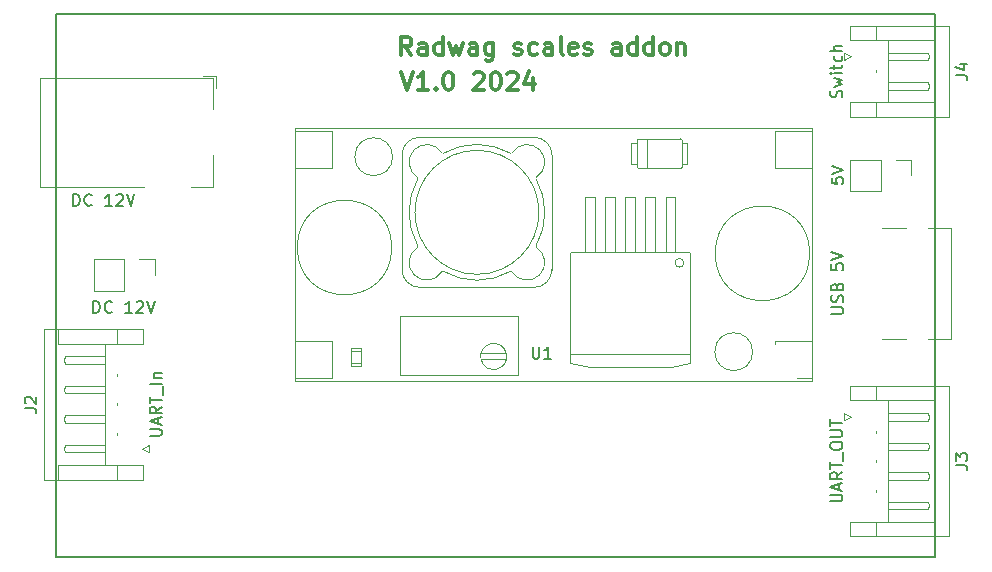
<source format=gbr>
G04 #@! TF.GenerationSoftware,KiCad,Pcbnew,7.0.11+1*
G04 #@! TF.ProjectId,radwag_scale,72616477-6167-45f7-9363-616c652e6b69,rev?*
G04 #@! TF.SameCoordinates,Original*
G04 #@! TF.FileFunction,Legend,Top*
G04 #@! TF.FilePolarity,Positive*
%FSLAX46Y46*%
G04 Gerber Fmt 4.6, Leading zero omitted, Abs format (unit mm)*
%MOMM*%
%LPD*%
G01*
G04 APERTURE LIST*
G04 #@! TA.AperFunction,Profile*
%ADD10C,0.200000*%
G04 #@! TD*
%ADD11C,0.300000*%
%ADD12C,0.150000*%
%ADD13C,0.120000*%
%ADD14C,0.650000*%
%ADD15R,1.450000X0.600000*%
%ADD16R,1.450000X0.300000*%
%ADD17O,2.100000X1.000000*%
%ADD18O,1.600000X1.000000*%
%ADD19R,3.500000X3.500000*%
%ADD20C,3.200000*%
%ADD21O,1.950000X1.700000*%
%ADD22R,1.700000X1.700000*%
%ADD23O,1.700000X1.700000*%
%ADD24R,2.540000X2.540000*%
%ADD25C,2.540000*%
%ADD26O,2.000000X1.700000*%
G04 APERTURE END LIST*
D10*
X66330000Y-35560000D02*
X140716000Y-35560000D01*
X140716000Y-81534000D01*
X66330000Y-81534000D01*
X66330000Y-35560000D01*
D11*
X95540225Y-40450828D02*
X96040225Y-41950828D01*
X96040225Y-41950828D02*
X96540225Y-40450828D01*
X97825939Y-41950828D02*
X96968796Y-41950828D01*
X97397367Y-41950828D02*
X97397367Y-40450828D01*
X97397367Y-40450828D02*
X97254510Y-40665114D01*
X97254510Y-40665114D02*
X97111653Y-40807971D01*
X97111653Y-40807971D02*
X96968796Y-40879400D01*
X98468795Y-41807971D02*
X98540224Y-41879400D01*
X98540224Y-41879400D02*
X98468795Y-41950828D01*
X98468795Y-41950828D02*
X98397367Y-41879400D01*
X98397367Y-41879400D02*
X98468795Y-41807971D01*
X98468795Y-41807971D02*
X98468795Y-41950828D01*
X99468796Y-40450828D02*
X99611653Y-40450828D01*
X99611653Y-40450828D02*
X99754510Y-40522257D01*
X99754510Y-40522257D02*
X99825939Y-40593685D01*
X99825939Y-40593685D02*
X99897367Y-40736542D01*
X99897367Y-40736542D02*
X99968796Y-41022257D01*
X99968796Y-41022257D02*
X99968796Y-41379400D01*
X99968796Y-41379400D02*
X99897367Y-41665114D01*
X99897367Y-41665114D02*
X99825939Y-41807971D01*
X99825939Y-41807971D02*
X99754510Y-41879400D01*
X99754510Y-41879400D02*
X99611653Y-41950828D01*
X99611653Y-41950828D02*
X99468796Y-41950828D01*
X99468796Y-41950828D02*
X99325939Y-41879400D01*
X99325939Y-41879400D02*
X99254510Y-41807971D01*
X99254510Y-41807971D02*
X99183081Y-41665114D01*
X99183081Y-41665114D02*
X99111653Y-41379400D01*
X99111653Y-41379400D02*
X99111653Y-41022257D01*
X99111653Y-41022257D02*
X99183081Y-40736542D01*
X99183081Y-40736542D02*
X99254510Y-40593685D01*
X99254510Y-40593685D02*
X99325939Y-40522257D01*
X99325939Y-40522257D02*
X99468796Y-40450828D01*
X101683081Y-40593685D02*
X101754509Y-40522257D01*
X101754509Y-40522257D02*
X101897367Y-40450828D01*
X101897367Y-40450828D02*
X102254509Y-40450828D01*
X102254509Y-40450828D02*
X102397367Y-40522257D01*
X102397367Y-40522257D02*
X102468795Y-40593685D01*
X102468795Y-40593685D02*
X102540224Y-40736542D01*
X102540224Y-40736542D02*
X102540224Y-40879400D01*
X102540224Y-40879400D02*
X102468795Y-41093685D01*
X102468795Y-41093685D02*
X101611652Y-41950828D01*
X101611652Y-41950828D02*
X102540224Y-41950828D01*
X103468795Y-40450828D02*
X103611652Y-40450828D01*
X103611652Y-40450828D02*
X103754509Y-40522257D01*
X103754509Y-40522257D02*
X103825938Y-40593685D01*
X103825938Y-40593685D02*
X103897366Y-40736542D01*
X103897366Y-40736542D02*
X103968795Y-41022257D01*
X103968795Y-41022257D02*
X103968795Y-41379400D01*
X103968795Y-41379400D02*
X103897366Y-41665114D01*
X103897366Y-41665114D02*
X103825938Y-41807971D01*
X103825938Y-41807971D02*
X103754509Y-41879400D01*
X103754509Y-41879400D02*
X103611652Y-41950828D01*
X103611652Y-41950828D02*
X103468795Y-41950828D01*
X103468795Y-41950828D02*
X103325938Y-41879400D01*
X103325938Y-41879400D02*
X103254509Y-41807971D01*
X103254509Y-41807971D02*
X103183080Y-41665114D01*
X103183080Y-41665114D02*
X103111652Y-41379400D01*
X103111652Y-41379400D02*
X103111652Y-41022257D01*
X103111652Y-41022257D02*
X103183080Y-40736542D01*
X103183080Y-40736542D02*
X103254509Y-40593685D01*
X103254509Y-40593685D02*
X103325938Y-40522257D01*
X103325938Y-40522257D02*
X103468795Y-40450828D01*
X104540223Y-40593685D02*
X104611651Y-40522257D01*
X104611651Y-40522257D02*
X104754509Y-40450828D01*
X104754509Y-40450828D02*
X105111651Y-40450828D01*
X105111651Y-40450828D02*
X105254509Y-40522257D01*
X105254509Y-40522257D02*
X105325937Y-40593685D01*
X105325937Y-40593685D02*
X105397366Y-40736542D01*
X105397366Y-40736542D02*
X105397366Y-40879400D01*
X105397366Y-40879400D02*
X105325937Y-41093685D01*
X105325937Y-41093685D02*
X104468794Y-41950828D01*
X104468794Y-41950828D02*
X105397366Y-41950828D01*
X106683080Y-40950828D02*
X106683080Y-41950828D01*
X106325937Y-40379400D02*
X105968794Y-41450828D01*
X105968794Y-41450828D02*
X106897365Y-41450828D01*
X96411653Y-39000828D02*
X95911653Y-38286542D01*
X95554510Y-39000828D02*
X95554510Y-37500828D01*
X95554510Y-37500828D02*
X96125939Y-37500828D01*
X96125939Y-37500828D02*
X96268796Y-37572257D01*
X96268796Y-37572257D02*
X96340225Y-37643685D01*
X96340225Y-37643685D02*
X96411653Y-37786542D01*
X96411653Y-37786542D02*
X96411653Y-38000828D01*
X96411653Y-38000828D02*
X96340225Y-38143685D01*
X96340225Y-38143685D02*
X96268796Y-38215114D01*
X96268796Y-38215114D02*
X96125939Y-38286542D01*
X96125939Y-38286542D02*
X95554510Y-38286542D01*
X97697368Y-39000828D02*
X97697368Y-38215114D01*
X97697368Y-38215114D02*
X97625939Y-38072257D01*
X97625939Y-38072257D02*
X97483082Y-38000828D01*
X97483082Y-38000828D02*
X97197368Y-38000828D01*
X97197368Y-38000828D02*
X97054510Y-38072257D01*
X97697368Y-38929400D02*
X97554510Y-39000828D01*
X97554510Y-39000828D02*
X97197368Y-39000828D01*
X97197368Y-39000828D02*
X97054510Y-38929400D01*
X97054510Y-38929400D02*
X96983082Y-38786542D01*
X96983082Y-38786542D02*
X96983082Y-38643685D01*
X96983082Y-38643685D02*
X97054510Y-38500828D01*
X97054510Y-38500828D02*
X97197368Y-38429400D01*
X97197368Y-38429400D02*
X97554510Y-38429400D01*
X97554510Y-38429400D02*
X97697368Y-38357971D01*
X99054511Y-39000828D02*
X99054511Y-37500828D01*
X99054511Y-38929400D02*
X98911653Y-39000828D01*
X98911653Y-39000828D02*
X98625939Y-39000828D01*
X98625939Y-39000828D02*
X98483082Y-38929400D01*
X98483082Y-38929400D02*
X98411653Y-38857971D01*
X98411653Y-38857971D02*
X98340225Y-38715114D01*
X98340225Y-38715114D02*
X98340225Y-38286542D01*
X98340225Y-38286542D02*
X98411653Y-38143685D01*
X98411653Y-38143685D02*
X98483082Y-38072257D01*
X98483082Y-38072257D02*
X98625939Y-38000828D01*
X98625939Y-38000828D02*
X98911653Y-38000828D01*
X98911653Y-38000828D02*
X99054511Y-38072257D01*
X99625939Y-38000828D02*
X99911654Y-39000828D01*
X99911654Y-39000828D02*
X100197368Y-38286542D01*
X100197368Y-38286542D02*
X100483082Y-39000828D01*
X100483082Y-39000828D02*
X100768796Y-38000828D01*
X101983083Y-39000828D02*
X101983083Y-38215114D01*
X101983083Y-38215114D02*
X101911654Y-38072257D01*
X101911654Y-38072257D02*
X101768797Y-38000828D01*
X101768797Y-38000828D02*
X101483083Y-38000828D01*
X101483083Y-38000828D02*
X101340225Y-38072257D01*
X101983083Y-38929400D02*
X101840225Y-39000828D01*
X101840225Y-39000828D02*
X101483083Y-39000828D01*
X101483083Y-39000828D02*
X101340225Y-38929400D01*
X101340225Y-38929400D02*
X101268797Y-38786542D01*
X101268797Y-38786542D02*
X101268797Y-38643685D01*
X101268797Y-38643685D02*
X101340225Y-38500828D01*
X101340225Y-38500828D02*
X101483083Y-38429400D01*
X101483083Y-38429400D02*
X101840225Y-38429400D01*
X101840225Y-38429400D02*
X101983083Y-38357971D01*
X103340226Y-38000828D02*
X103340226Y-39215114D01*
X103340226Y-39215114D02*
X103268797Y-39357971D01*
X103268797Y-39357971D02*
X103197368Y-39429400D01*
X103197368Y-39429400D02*
X103054511Y-39500828D01*
X103054511Y-39500828D02*
X102840226Y-39500828D01*
X102840226Y-39500828D02*
X102697368Y-39429400D01*
X103340226Y-38929400D02*
X103197368Y-39000828D01*
X103197368Y-39000828D02*
X102911654Y-39000828D01*
X102911654Y-39000828D02*
X102768797Y-38929400D01*
X102768797Y-38929400D02*
X102697368Y-38857971D01*
X102697368Y-38857971D02*
X102625940Y-38715114D01*
X102625940Y-38715114D02*
X102625940Y-38286542D01*
X102625940Y-38286542D02*
X102697368Y-38143685D01*
X102697368Y-38143685D02*
X102768797Y-38072257D01*
X102768797Y-38072257D02*
X102911654Y-38000828D01*
X102911654Y-38000828D02*
X103197368Y-38000828D01*
X103197368Y-38000828D02*
X103340226Y-38072257D01*
X105125940Y-38929400D02*
X105268797Y-39000828D01*
X105268797Y-39000828D02*
X105554511Y-39000828D01*
X105554511Y-39000828D02*
X105697368Y-38929400D01*
X105697368Y-38929400D02*
X105768797Y-38786542D01*
X105768797Y-38786542D02*
X105768797Y-38715114D01*
X105768797Y-38715114D02*
X105697368Y-38572257D01*
X105697368Y-38572257D02*
X105554511Y-38500828D01*
X105554511Y-38500828D02*
X105340226Y-38500828D01*
X105340226Y-38500828D02*
X105197368Y-38429400D01*
X105197368Y-38429400D02*
X105125940Y-38286542D01*
X105125940Y-38286542D02*
X105125940Y-38215114D01*
X105125940Y-38215114D02*
X105197368Y-38072257D01*
X105197368Y-38072257D02*
X105340226Y-38000828D01*
X105340226Y-38000828D02*
X105554511Y-38000828D01*
X105554511Y-38000828D02*
X105697368Y-38072257D01*
X107054512Y-38929400D02*
X106911654Y-39000828D01*
X106911654Y-39000828D02*
X106625940Y-39000828D01*
X106625940Y-39000828D02*
X106483083Y-38929400D01*
X106483083Y-38929400D02*
X106411654Y-38857971D01*
X106411654Y-38857971D02*
X106340226Y-38715114D01*
X106340226Y-38715114D02*
X106340226Y-38286542D01*
X106340226Y-38286542D02*
X106411654Y-38143685D01*
X106411654Y-38143685D02*
X106483083Y-38072257D01*
X106483083Y-38072257D02*
X106625940Y-38000828D01*
X106625940Y-38000828D02*
X106911654Y-38000828D01*
X106911654Y-38000828D02*
X107054512Y-38072257D01*
X108340226Y-39000828D02*
X108340226Y-38215114D01*
X108340226Y-38215114D02*
X108268797Y-38072257D01*
X108268797Y-38072257D02*
X108125940Y-38000828D01*
X108125940Y-38000828D02*
X107840226Y-38000828D01*
X107840226Y-38000828D02*
X107697368Y-38072257D01*
X108340226Y-38929400D02*
X108197368Y-39000828D01*
X108197368Y-39000828D02*
X107840226Y-39000828D01*
X107840226Y-39000828D02*
X107697368Y-38929400D01*
X107697368Y-38929400D02*
X107625940Y-38786542D01*
X107625940Y-38786542D02*
X107625940Y-38643685D01*
X107625940Y-38643685D02*
X107697368Y-38500828D01*
X107697368Y-38500828D02*
X107840226Y-38429400D01*
X107840226Y-38429400D02*
X108197368Y-38429400D01*
X108197368Y-38429400D02*
X108340226Y-38357971D01*
X109268797Y-39000828D02*
X109125940Y-38929400D01*
X109125940Y-38929400D02*
X109054511Y-38786542D01*
X109054511Y-38786542D02*
X109054511Y-37500828D01*
X110411654Y-38929400D02*
X110268797Y-39000828D01*
X110268797Y-39000828D02*
X109983083Y-39000828D01*
X109983083Y-39000828D02*
X109840225Y-38929400D01*
X109840225Y-38929400D02*
X109768797Y-38786542D01*
X109768797Y-38786542D02*
X109768797Y-38215114D01*
X109768797Y-38215114D02*
X109840225Y-38072257D01*
X109840225Y-38072257D02*
X109983083Y-38000828D01*
X109983083Y-38000828D02*
X110268797Y-38000828D01*
X110268797Y-38000828D02*
X110411654Y-38072257D01*
X110411654Y-38072257D02*
X110483083Y-38215114D01*
X110483083Y-38215114D02*
X110483083Y-38357971D01*
X110483083Y-38357971D02*
X109768797Y-38500828D01*
X111054511Y-38929400D02*
X111197368Y-39000828D01*
X111197368Y-39000828D02*
X111483082Y-39000828D01*
X111483082Y-39000828D02*
X111625939Y-38929400D01*
X111625939Y-38929400D02*
X111697368Y-38786542D01*
X111697368Y-38786542D02*
X111697368Y-38715114D01*
X111697368Y-38715114D02*
X111625939Y-38572257D01*
X111625939Y-38572257D02*
X111483082Y-38500828D01*
X111483082Y-38500828D02*
X111268797Y-38500828D01*
X111268797Y-38500828D02*
X111125939Y-38429400D01*
X111125939Y-38429400D02*
X111054511Y-38286542D01*
X111054511Y-38286542D02*
X111054511Y-38215114D01*
X111054511Y-38215114D02*
X111125939Y-38072257D01*
X111125939Y-38072257D02*
X111268797Y-38000828D01*
X111268797Y-38000828D02*
X111483082Y-38000828D01*
X111483082Y-38000828D02*
X111625939Y-38072257D01*
X114125940Y-39000828D02*
X114125940Y-38215114D01*
X114125940Y-38215114D02*
X114054511Y-38072257D01*
X114054511Y-38072257D02*
X113911654Y-38000828D01*
X113911654Y-38000828D02*
X113625940Y-38000828D01*
X113625940Y-38000828D02*
X113483082Y-38072257D01*
X114125940Y-38929400D02*
X113983082Y-39000828D01*
X113983082Y-39000828D02*
X113625940Y-39000828D01*
X113625940Y-39000828D02*
X113483082Y-38929400D01*
X113483082Y-38929400D02*
X113411654Y-38786542D01*
X113411654Y-38786542D02*
X113411654Y-38643685D01*
X113411654Y-38643685D02*
X113483082Y-38500828D01*
X113483082Y-38500828D02*
X113625940Y-38429400D01*
X113625940Y-38429400D02*
X113983082Y-38429400D01*
X113983082Y-38429400D02*
X114125940Y-38357971D01*
X115483083Y-39000828D02*
X115483083Y-37500828D01*
X115483083Y-38929400D02*
X115340225Y-39000828D01*
X115340225Y-39000828D02*
X115054511Y-39000828D01*
X115054511Y-39000828D02*
X114911654Y-38929400D01*
X114911654Y-38929400D02*
X114840225Y-38857971D01*
X114840225Y-38857971D02*
X114768797Y-38715114D01*
X114768797Y-38715114D02*
X114768797Y-38286542D01*
X114768797Y-38286542D02*
X114840225Y-38143685D01*
X114840225Y-38143685D02*
X114911654Y-38072257D01*
X114911654Y-38072257D02*
X115054511Y-38000828D01*
X115054511Y-38000828D02*
X115340225Y-38000828D01*
X115340225Y-38000828D02*
X115483083Y-38072257D01*
X116840226Y-39000828D02*
X116840226Y-37500828D01*
X116840226Y-38929400D02*
X116697368Y-39000828D01*
X116697368Y-39000828D02*
X116411654Y-39000828D01*
X116411654Y-39000828D02*
X116268797Y-38929400D01*
X116268797Y-38929400D02*
X116197368Y-38857971D01*
X116197368Y-38857971D02*
X116125940Y-38715114D01*
X116125940Y-38715114D02*
X116125940Y-38286542D01*
X116125940Y-38286542D02*
X116197368Y-38143685D01*
X116197368Y-38143685D02*
X116268797Y-38072257D01*
X116268797Y-38072257D02*
X116411654Y-38000828D01*
X116411654Y-38000828D02*
X116697368Y-38000828D01*
X116697368Y-38000828D02*
X116840226Y-38072257D01*
X117768797Y-39000828D02*
X117625940Y-38929400D01*
X117625940Y-38929400D02*
X117554511Y-38857971D01*
X117554511Y-38857971D02*
X117483083Y-38715114D01*
X117483083Y-38715114D02*
X117483083Y-38286542D01*
X117483083Y-38286542D02*
X117554511Y-38143685D01*
X117554511Y-38143685D02*
X117625940Y-38072257D01*
X117625940Y-38072257D02*
X117768797Y-38000828D01*
X117768797Y-38000828D02*
X117983083Y-38000828D01*
X117983083Y-38000828D02*
X118125940Y-38072257D01*
X118125940Y-38072257D02*
X118197369Y-38143685D01*
X118197369Y-38143685D02*
X118268797Y-38286542D01*
X118268797Y-38286542D02*
X118268797Y-38715114D01*
X118268797Y-38715114D02*
X118197369Y-38857971D01*
X118197369Y-38857971D02*
X118125940Y-38929400D01*
X118125940Y-38929400D02*
X117983083Y-39000828D01*
X117983083Y-39000828D02*
X117768797Y-39000828D01*
X118911654Y-38000828D02*
X118911654Y-39000828D01*
X118911654Y-38143685D02*
X118983083Y-38072257D01*
X118983083Y-38072257D02*
X119125940Y-38000828D01*
X119125940Y-38000828D02*
X119340226Y-38000828D01*
X119340226Y-38000828D02*
X119483083Y-38072257D01*
X119483083Y-38072257D02*
X119554512Y-38215114D01*
X119554512Y-38215114D02*
X119554512Y-39000828D01*
D12*
X131969819Y-60947618D02*
X132779342Y-60947618D01*
X132779342Y-60947618D02*
X132874580Y-60899999D01*
X132874580Y-60899999D02*
X132922200Y-60852380D01*
X132922200Y-60852380D02*
X132969819Y-60757142D01*
X132969819Y-60757142D02*
X132969819Y-60566666D01*
X132969819Y-60566666D02*
X132922200Y-60471428D01*
X132922200Y-60471428D02*
X132874580Y-60423809D01*
X132874580Y-60423809D02*
X132779342Y-60376190D01*
X132779342Y-60376190D02*
X131969819Y-60376190D01*
X132922200Y-59947618D02*
X132969819Y-59804761D01*
X132969819Y-59804761D02*
X132969819Y-59566666D01*
X132969819Y-59566666D02*
X132922200Y-59471428D01*
X132922200Y-59471428D02*
X132874580Y-59423809D01*
X132874580Y-59423809D02*
X132779342Y-59376190D01*
X132779342Y-59376190D02*
X132684104Y-59376190D01*
X132684104Y-59376190D02*
X132588866Y-59423809D01*
X132588866Y-59423809D02*
X132541247Y-59471428D01*
X132541247Y-59471428D02*
X132493628Y-59566666D01*
X132493628Y-59566666D02*
X132446009Y-59757142D01*
X132446009Y-59757142D02*
X132398390Y-59852380D01*
X132398390Y-59852380D02*
X132350771Y-59899999D01*
X132350771Y-59899999D02*
X132255533Y-59947618D01*
X132255533Y-59947618D02*
X132160295Y-59947618D01*
X132160295Y-59947618D02*
X132065057Y-59899999D01*
X132065057Y-59899999D02*
X132017438Y-59852380D01*
X132017438Y-59852380D02*
X131969819Y-59757142D01*
X131969819Y-59757142D02*
X131969819Y-59519047D01*
X131969819Y-59519047D02*
X132017438Y-59376190D01*
X132446009Y-58614285D02*
X132493628Y-58471428D01*
X132493628Y-58471428D02*
X132541247Y-58423809D01*
X132541247Y-58423809D02*
X132636485Y-58376190D01*
X132636485Y-58376190D02*
X132779342Y-58376190D01*
X132779342Y-58376190D02*
X132874580Y-58423809D01*
X132874580Y-58423809D02*
X132922200Y-58471428D01*
X132922200Y-58471428D02*
X132969819Y-58566666D01*
X132969819Y-58566666D02*
X132969819Y-58947618D01*
X132969819Y-58947618D02*
X131969819Y-58947618D01*
X131969819Y-58947618D02*
X131969819Y-58614285D01*
X131969819Y-58614285D02*
X132017438Y-58519047D01*
X132017438Y-58519047D02*
X132065057Y-58471428D01*
X132065057Y-58471428D02*
X132160295Y-58423809D01*
X132160295Y-58423809D02*
X132255533Y-58423809D01*
X132255533Y-58423809D02*
X132350771Y-58471428D01*
X132350771Y-58471428D02*
X132398390Y-58519047D01*
X132398390Y-58519047D02*
X132446009Y-58614285D01*
X132446009Y-58614285D02*
X132446009Y-58947618D01*
X131969819Y-56709523D02*
X131969819Y-57185713D01*
X131969819Y-57185713D02*
X132446009Y-57233332D01*
X132446009Y-57233332D02*
X132398390Y-57185713D01*
X132398390Y-57185713D02*
X132350771Y-57090475D01*
X132350771Y-57090475D02*
X132350771Y-56852380D01*
X132350771Y-56852380D02*
X132398390Y-56757142D01*
X132398390Y-56757142D02*
X132446009Y-56709523D01*
X132446009Y-56709523D02*
X132541247Y-56661904D01*
X132541247Y-56661904D02*
X132779342Y-56661904D01*
X132779342Y-56661904D02*
X132874580Y-56709523D01*
X132874580Y-56709523D02*
X132922200Y-56757142D01*
X132922200Y-56757142D02*
X132969819Y-56852380D01*
X132969819Y-56852380D02*
X132969819Y-57090475D01*
X132969819Y-57090475D02*
X132922200Y-57185713D01*
X132922200Y-57185713D02*
X132874580Y-57233332D01*
X131969819Y-56376189D02*
X132969819Y-56042856D01*
X132969819Y-56042856D02*
X131969819Y-55709523D01*
X67776190Y-51804819D02*
X67776190Y-50804819D01*
X67776190Y-50804819D02*
X68014285Y-50804819D01*
X68014285Y-50804819D02*
X68157142Y-50852438D01*
X68157142Y-50852438D02*
X68252380Y-50947676D01*
X68252380Y-50947676D02*
X68299999Y-51042914D01*
X68299999Y-51042914D02*
X68347618Y-51233390D01*
X68347618Y-51233390D02*
X68347618Y-51376247D01*
X68347618Y-51376247D02*
X68299999Y-51566723D01*
X68299999Y-51566723D02*
X68252380Y-51661961D01*
X68252380Y-51661961D02*
X68157142Y-51757200D01*
X68157142Y-51757200D02*
X68014285Y-51804819D01*
X68014285Y-51804819D02*
X67776190Y-51804819D01*
X69347618Y-51709580D02*
X69299999Y-51757200D01*
X69299999Y-51757200D02*
X69157142Y-51804819D01*
X69157142Y-51804819D02*
X69061904Y-51804819D01*
X69061904Y-51804819D02*
X68919047Y-51757200D01*
X68919047Y-51757200D02*
X68823809Y-51661961D01*
X68823809Y-51661961D02*
X68776190Y-51566723D01*
X68776190Y-51566723D02*
X68728571Y-51376247D01*
X68728571Y-51376247D02*
X68728571Y-51233390D01*
X68728571Y-51233390D02*
X68776190Y-51042914D01*
X68776190Y-51042914D02*
X68823809Y-50947676D01*
X68823809Y-50947676D02*
X68919047Y-50852438D01*
X68919047Y-50852438D02*
X69061904Y-50804819D01*
X69061904Y-50804819D02*
X69157142Y-50804819D01*
X69157142Y-50804819D02*
X69299999Y-50852438D01*
X69299999Y-50852438D02*
X69347618Y-50900057D01*
X71061904Y-51804819D02*
X70490476Y-51804819D01*
X70776190Y-51804819D02*
X70776190Y-50804819D01*
X70776190Y-50804819D02*
X70680952Y-50947676D01*
X70680952Y-50947676D02*
X70585714Y-51042914D01*
X70585714Y-51042914D02*
X70490476Y-51090533D01*
X71442857Y-50900057D02*
X71490476Y-50852438D01*
X71490476Y-50852438D02*
X71585714Y-50804819D01*
X71585714Y-50804819D02*
X71823809Y-50804819D01*
X71823809Y-50804819D02*
X71919047Y-50852438D01*
X71919047Y-50852438D02*
X71966666Y-50900057D01*
X71966666Y-50900057D02*
X72014285Y-50995295D01*
X72014285Y-50995295D02*
X72014285Y-51090533D01*
X72014285Y-51090533D02*
X71966666Y-51233390D01*
X71966666Y-51233390D02*
X71395238Y-51804819D01*
X71395238Y-51804819D02*
X72014285Y-51804819D01*
X72300000Y-50804819D02*
X72633333Y-51804819D01*
X72633333Y-51804819D02*
X72966666Y-50804819D01*
X63654819Y-68933333D02*
X64369104Y-68933333D01*
X64369104Y-68933333D02*
X64511961Y-68980952D01*
X64511961Y-68980952D02*
X64607200Y-69076190D01*
X64607200Y-69076190D02*
X64654819Y-69219047D01*
X64654819Y-69219047D02*
X64654819Y-69314285D01*
X63750057Y-68504761D02*
X63702438Y-68457142D01*
X63702438Y-68457142D02*
X63654819Y-68361904D01*
X63654819Y-68361904D02*
X63654819Y-68123809D01*
X63654819Y-68123809D02*
X63702438Y-68028571D01*
X63702438Y-68028571D02*
X63750057Y-67980952D01*
X63750057Y-67980952D02*
X63845295Y-67933333D01*
X63845295Y-67933333D02*
X63940533Y-67933333D01*
X63940533Y-67933333D02*
X64083390Y-67980952D01*
X64083390Y-67980952D02*
X64654819Y-68552380D01*
X64654819Y-68552380D02*
X64654819Y-67933333D01*
X74254819Y-71266666D02*
X75064342Y-71266666D01*
X75064342Y-71266666D02*
X75159580Y-71219047D01*
X75159580Y-71219047D02*
X75207200Y-71171428D01*
X75207200Y-71171428D02*
X75254819Y-71076190D01*
X75254819Y-71076190D02*
X75254819Y-70885714D01*
X75254819Y-70885714D02*
X75207200Y-70790476D01*
X75207200Y-70790476D02*
X75159580Y-70742857D01*
X75159580Y-70742857D02*
X75064342Y-70695238D01*
X75064342Y-70695238D02*
X74254819Y-70695238D01*
X74969104Y-70266666D02*
X74969104Y-69790476D01*
X75254819Y-70361904D02*
X74254819Y-70028571D01*
X74254819Y-70028571D02*
X75254819Y-69695238D01*
X75254819Y-68790476D02*
X74778628Y-69123809D01*
X75254819Y-69361904D02*
X74254819Y-69361904D01*
X74254819Y-69361904D02*
X74254819Y-68980952D01*
X74254819Y-68980952D02*
X74302438Y-68885714D01*
X74302438Y-68885714D02*
X74350057Y-68838095D01*
X74350057Y-68838095D02*
X74445295Y-68790476D01*
X74445295Y-68790476D02*
X74588152Y-68790476D01*
X74588152Y-68790476D02*
X74683390Y-68838095D01*
X74683390Y-68838095D02*
X74731009Y-68885714D01*
X74731009Y-68885714D02*
X74778628Y-68980952D01*
X74778628Y-68980952D02*
X74778628Y-69361904D01*
X74254819Y-68504761D02*
X74254819Y-67933333D01*
X75254819Y-68219047D02*
X74254819Y-68219047D01*
X75350057Y-67838095D02*
X75350057Y-67076190D01*
X75254819Y-66838094D02*
X74254819Y-66838094D01*
X74588152Y-66361904D02*
X75254819Y-66361904D01*
X74683390Y-66361904D02*
X74635771Y-66314285D01*
X74635771Y-66314285D02*
X74588152Y-66219047D01*
X74588152Y-66219047D02*
X74588152Y-66076190D01*
X74588152Y-66076190D02*
X74635771Y-65980952D01*
X74635771Y-65980952D02*
X74731009Y-65933333D01*
X74731009Y-65933333D02*
X75254819Y-65933333D01*
X69476190Y-60854819D02*
X69476190Y-59854819D01*
X69476190Y-59854819D02*
X69714285Y-59854819D01*
X69714285Y-59854819D02*
X69857142Y-59902438D01*
X69857142Y-59902438D02*
X69952380Y-59997676D01*
X69952380Y-59997676D02*
X69999999Y-60092914D01*
X69999999Y-60092914D02*
X70047618Y-60283390D01*
X70047618Y-60283390D02*
X70047618Y-60426247D01*
X70047618Y-60426247D02*
X69999999Y-60616723D01*
X69999999Y-60616723D02*
X69952380Y-60711961D01*
X69952380Y-60711961D02*
X69857142Y-60807200D01*
X69857142Y-60807200D02*
X69714285Y-60854819D01*
X69714285Y-60854819D02*
X69476190Y-60854819D01*
X71047618Y-60759580D02*
X70999999Y-60807200D01*
X70999999Y-60807200D02*
X70857142Y-60854819D01*
X70857142Y-60854819D02*
X70761904Y-60854819D01*
X70761904Y-60854819D02*
X70619047Y-60807200D01*
X70619047Y-60807200D02*
X70523809Y-60711961D01*
X70523809Y-60711961D02*
X70476190Y-60616723D01*
X70476190Y-60616723D02*
X70428571Y-60426247D01*
X70428571Y-60426247D02*
X70428571Y-60283390D01*
X70428571Y-60283390D02*
X70476190Y-60092914D01*
X70476190Y-60092914D02*
X70523809Y-59997676D01*
X70523809Y-59997676D02*
X70619047Y-59902438D01*
X70619047Y-59902438D02*
X70761904Y-59854819D01*
X70761904Y-59854819D02*
X70857142Y-59854819D01*
X70857142Y-59854819D02*
X70999999Y-59902438D01*
X70999999Y-59902438D02*
X71047618Y-59950057D01*
X72761904Y-60854819D02*
X72190476Y-60854819D01*
X72476190Y-60854819D02*
X72476190Y-59854819D01*
X72476190Y-59854819D02*
X72380952Y-59997676D01*
X72380952Y-59997676D02*
X72285714Y-60092914D01*
X72285714Y-60092914D02*
X72190476Y-60140533D01*
X73142857Y-59950057D02*
X73190476Y-59902438D01*
X73190476Y-59902438D02*
X73285714Y-59854819D01*
X73285714Y-59854819D02*
X73523809Y-59854819D01*
X73523809Y-59854819D02*
X73619047Y-59902438D01*
X73619047Y-59902438D02*
X73666666Y-59950057D01*
X73666666Y-59950057D02*
X73714285Y-60045295D01*
X73714285Y-60045295D02*
X73714285Y-60140533D01*
X73714285Y-60140533D02*
X73666666Y-60283390D01*
X73666666Y-60283390D02*
X73095238Y-60854819D01*
X73095238Y-60854819D02*
X73714285Y-60854819D01*
X74000000Y-59854819D02*
X74333333Y-60854819D01*
X74333333Y-60854819D02*
X74666666Y-59854819D01*
X131984819Y-49390476D02*
X131984819Y-49866666D01*
X131984819Y-49866666D02*
X132461009Y-49914285D01*
X132461009Y-49914285D02*
X132413390Y-49866666D01*
X132413390Y-49866666D02*
X132365771Y-49771428D01*
X132365771Y-49771428D02*
X132365771Y-49533333D01*
X132365771Y-49533333D02*
X132413390Y-49438095D01*
X132413390Y-49438095D02*
X132461009Y-49390476D01*
X132461009Y-49390476D02*
X132556247Y-49342857D01*
X132556247Y-49342857D02*
X132794342Y-49342857D01*
X132794342Y-49342857D02*
X132889580Y-49390476D01*
X132889580Y-49390476D02*
X132937200Y-49438095D01*
X132937200Y-49438095D02*
X132984819Y-49533333D01*
X132984819Y-49533333D02*
X132984819Y-49771428D01*
X132984819Y-49771428D02*
X132937200Y-49866666D01*
X132937200Y-49866666D02*
X132889580Y-49914285D01*
X131984819Y-49057142D02*
X132984819Y-48723809D01*
X132984819Y-48723809D02*
X131984819Y-48390476D01*
X106680095Y-63716819D02*
X106680095Y-64526342D01*
X106680095Y-64526342D02*
X106727714Y-64621580D01*
X106727714Y-64621580D02*
X106775333Y-64669200D01*
X106775333Y-64669200D02*
X106870571Y-64716819D01*
X106870571Y-64716819D02*
X107061047Y-64716819D01*
X107061047Y-64716819D02*
X107156285Y-64669200D01*
X107156285Y-64669200D02*
X107203904Y-64621580D01*
X107203904Y-64621580D02*
X107251523Y-64526342D01*
X107251523Y-64526342D02*
X107251523Y-63716819D01*
X108251523Y-64716819D02*
X107680095Y-64716819D01*
X107965809Y-64716819D02*
X107965809Y-63716819D01*
X107965809Y-63716819D02*
X107870571Y-63859676D01*
X107870571Y-63859676D02*
X107775333Y-63954914D01*
X107775333Y-63954914D02*
X107680095Y-64002533D01*
X142490319Y-40719333D02*
X143204604Y-40719333D01*
X143204604Y-40719333D02*
X143347461Y-40766952D01*
X143347461Y-40766952D02*
X143442700Y-40862190D01*
X143442700Y-40862190D02*
X143490319Y-41005047D01*
X143490319Y-41005047D02*
X143490319Y-41100285D01*
X142823652Y-39814571D02*
X143490319Y-39814571D01*
X142442700Y-40052666D02*
X143156985Y-40290761D01*
X143156985Y-40290761D02*
X143156985Y-39671714D01*
X132842700Y-42600285D02*
X132890319Y-42457428D01*
X132890319Y-42457428D02*
X132890319Y-42219333D01*
X132890319Y-42219333D02*
X132842700Y-42124095D01*
X132842700Y-42124095D02*
X132795080Y-42076476D01*
X132795080Y-42076476D02*
X132699842Y-42028857D01*
X132699842Y-42028857D02*
X132604604Y-42028857D01*
X132604604Y-42028857D02*
X132509366Y-42076476D01*
X132509366Y-42076476D02*
X132461747Y-42124095D01*
X132461747Y-42124095D02*
X132414128Y-42219333D01*
X132414128Y-42219333D02*
X132366509Y-42409809D01*
X132366509Y-42409809D02*
X132318890Y-42505047D01*
X132318890Y-42505047D02*
X132271271Y-42552666D01*
X132271271Y-42552666D02*
X132176033Y-42600285D01*
X132176033Y-42600285D02*
X132080795Y-42600285D01*
X132080795Y-42600285D02*
X131985557Y-42552666D01*
X131985557Y-42552666D02*
X131937938Y-42505047D01*
X131937938Y-42505047D02*
X131890319Y-42409809D01*
X131890319Y-42409809D02*
X131890319Y-42171714D01*
X131890319Y-42171714D02*
X131937938Y-42028857D01*
X132223652Y-41695523D02*
X132890319Y-41505047D01*
X132890319Y-41505047D02*
X132414128Y-41314571D01*
X132414128Y-41314571D02*
X132890319Y-41124095D01*
X132890319Y-41124095D02*
X132223652Y-40933619D01*
X132890319Y-40552666D02*
X132223652Y-40552666D01*
X131890319Y-40552666D02*
X131937938Y-40600285D01*
X131937938Y-40600285D02*
X131985557Y-40552666D01*
X131985557Y-40552666D02*
X131937938Y-40505047D01*
X131937938Y-40505047D02*
X131890319Y-40552666D01*
X131890319Y-40552666D02*
X131985557Y-40552666D01*
X132223652Y-40219333D02*
X132223652Y-39838381D01*
X131890319Y-40076476D02*
X132747461Y-40076476D01*
X132747461Y-40076476D02*
X132842700Y-40028857D01*
X132842700Y-40028857D02*
X132890319Y-39933619D01*
X132890319Y-39933619D02*
X132890319Y-39838381D01*
X132842700Y-39076476D02*
X132890319Y-39171714D01*
X132890319Y-39171714D02*
X132890319Y-39362190D01*
X132890319Y-39362190D02*
X132842700Y-39457428D01*
X132842700Y-39457428D02*
X132795080Y-39505047D01*
X132795080Y-39505047D02*
X132699842Y-39552666D01*
X132699842Y-39552666D02*
X132414128Y-39552666D01*
X132414128Y-39552666D02*
X132318890Y-39505047D01*
X132318890Y-39505047D02*
X132271271Y-39457428D01*
X132271271Y-39457428D02*
X132223652Y-39362190D01*
X132223652Y-39362190D02*
X132223652Y-39171714D01*
X132223652Y-39171714D02*
X132271271Y-39076476D01*
X132890319Y-38647904D02*
X131890319Y-38647904D01*
X132890319Y-38219333D02*
X132366509Y-38219333D01*
X132366509Y-38219333D02*
X132271271Y-38266952D01*
X132271271Y-38266952D02*
X132223652Y-38362190D01*
X132223652Y-38362190D02*
X132223652Y-38505047D01*
X132223652Y-38505047D02*
X132271271Y-38600285D01*
X132271271Y-38600285D02*
X132318890Y-38647904D01*
X142490319Y-73739333D02*
X143204604Y-73739333D01*
X143204604Y-73739333D02*
X143347461Y-73786952D01*
X143347461Y-73786952D02*
X143442700Y-73882190D01*
X143442700Y-73882190D02*
X143490319Y-74025047D01*
X143490319Y-74025047D02*
X143490319Y-74120285D01*
X142490319Y-73358380D02*
X142490319Y-72739333D01*
X142490319Y-72739333D02*
X142871271Y-73072666D01*
X142871271Y-73072666D02*
X142871271Y-72929809D01*
X142871271Y-72929809D02*
X142918890Y-72834571D01*
X142918890Y-72834571D02*
X142966509Y-72786952D01*
X142966509Y-72786952D02*
X143061747Y-72739333D01*
X143061747Y-72739333D02*
X143299842Y-72739333D01*
X143299842Y-72739333D02*
X143395080Y-72786952D01*
X143395080Y-72786952D02*
X143442700Y-72834571D01*
X143442700Y-72834571D02*
X143490319Y-72929809D01*
X143490319Y-72929809D02*
X143490319Y-73215523D01*
X143490319Y-73215523D02*
X143442700Y-73310761D01*
X143442700Y-73310761D02*
X143395080Y-73358380D01*
X131890319Y-76810761D02*
X132699842Y-76810761D01*
X132699842Y-76810761D02*
X132795080Y-76763142D01*
X132795080Y-76763142D02*
X132842700Y-76715523D01*
X132842700Y-76715523D02*
X132890319Y-76620285D01*
X132890319Y-76620285D02*
X132890319Y-76429809D01*
X132890319Y-76429809D02*
X132842700Y-76334571D01*
X132842700Y-76334571D02*
X132795080Y-76286952D01*
X132795080Y-76286952D02*
X132699842Y-76239333D01*
X132699842Y-76239333D02*
X131890319Y-76239333D01*
X132604604Y-75810761D02*
X132604604Y-75334571D01*
X132890319Y-75905999D02*
X131890319Y-75572666D01*
X131890319Y-75572666D02*
X132890319Y-75239333D01*
X132890319Y-74334571D02*
X132414128Y-74667904D01*
X132890319Y-74905999D02*
X131890319Y-74905999D01*
X131890319Y-74905999D02*
X131890319Y-74525047D01*
X131890319Y-74525047D02*
X131937938Y-74429809D01*
X131937938Y-74429809D02*
X131985557Y-74382190D01*
X131985557Y-74382190D02*
X132080795Y-74334571D01*
X132080795Y-74334571D02*
X132223652Y-74334571D01*
X132223652Y-74334571D02*
X132318890Y-74382190D01*
X132318890Y-74382190D02*
X132366509Y-74429809D01*
X132366509Y-74429809D02*
X132414128Y-74525047D01*
X132414128Y-74525047D02*
X132414128Y-74905999D01*
X131890319Y-74048856D02*
X131890319Y-73477428D01*
X132890319Y-73763142D02*
X131890319Y-73763142D01*
X132985557Y-73382190D02*
X132985557Y-72620285D01*
X131890319Y-72191713D02*
X131890319Y-72001237D01*
X131890319Y-72001237D02*
X131937938Y-71905999D01*
X131937938Y-71905999D02*
X132033176Y-71810761D01*
X132033176Y-71810761D02*
X132223652Y-71763142D01*
X132223652Y-71763142D02*
X132556985Y-71763142D01*
X132556985Y-71763142D02*
X132747461Y-71810761D01*
X132747461Y-71810761D02*
X132842700Y-71905999D01*
X132842700Y-71905999D02*
X132890319Y-72001237D01*
X132890319Y-72001237D02*
X132890319Y-72191713D01*
X132890319Y-72191713D02*
X132842700Y-72286951D01*
X132842700Y-72286951D02*
X132747461Y-72382189D01*
X132747461Y-72382189D02*
X132556985Y-72429808D01*
X132556985Y-72429808D02*
X132223652Y-72429808D01*
X132223652Y-72429808D02*
X132033176Y-72382189D01*
X132033176Y-72382189D02*
X131937938Y-72286951D01*
X131937938Y-72286951D02*
X131890319Y-72191713D01*
X131890319Y-71334570D02*
X132699842Y-71334570D01*
X132699842Y-71334570D02*
X132795080Y-71286951D01*
X132795080Y-71286951D02*
X132842700Y-71239332D01*
X132842700Y-71239332D02*
X132890319Y-71144094D01*
X132890319Y-71144094D02*
X132890319Y-70953618D01*
X132890319Y-70953618D02*
X132842700Y-70858380D01*
X132842700Y-70858380D02*
X132795080Y-70810761D01*
X132795080Y-70810761D02*
X132699842Y-70763142D01*
X132699842Y-70763142D02*
X131890319Y-70763142D01*
X131890319Y-70429808D02*
X131890319Y-69858380D01*
X132890319Y-70144094D02*
X131890319Y-70144094D01*
D13*
X136260000Y-63100000D02*
X138260000Y-63100000D01*
X140160000Y-63100000D02*
X142060000Y-63100000D01*
X142060000Y-63100000D02*
X142060000Y-53700000D01*
X136260000Y-53700000D02*
X138260000Y-53700000D01*
X140160000Y-53700000D02*
X142060000Y-53700000D01*
X64950000Y-41000000D02*
X79650000Y-41000000D01*
X64950000Y-50200000D02*
X64950000Y-41000000D01*
X73750000Y-50200000D02*
X64950000Y-50200000D01*
X78800000Y-40800000D02*
X79850000Y-40800000D01*
X79650000Y-41000000D02*
X79650000Y-43600000D01*
X79650000Y-47500000D02*
X79650000Y-50200000D01*
X79650000Y-50200000D02*
X77750000Y-50200000D01*
X79850000Y-41850000D02*
X79850000Y-40800000D01*
X65290000Y-74960000D02*
X65290000Y-62240000D01*
X66510000Y-74960000D02*
X66510000Y-73740000D01*
X73710000Y-74960000D02*
X65290000Y-74960000D01*
X66510000Y-73740000D02*
X71510000Y-73740000D01*
X70510000Y-73740000D02*
X70510000Y-63460000D01*
X71510000Y-73740000D02*
X71510000Y-74960000D01*
X71510000Y-73740000D02*
X73710000Y-73740000D01*
X73710000Y-73740000D02*
X73710000Y-74960000D01*
X67090000Y-72670000D02*
X67010000Y-72350000D01*
X70510000Y-72670000D02*
X67090000Y-72670000D01*
X74200000Y-72650000D02*
X74200000Y-72050000D01*
X67010000Y-72350000D02*
X67090000Y-72030000D01*
X70510000Y-72350000D02*
X70510000Y-72670000D01*
X73600000Y-72350000D02*
X74200000Y-72650000D01*
X74200000Y-72050000D02*
X73600000Y-72350000D01*
X67090000Y-72030000D02*
X70510000Y-72030000D01*
X70510000Y-72030000D02*
X70510000Y-72350000D01*
X71510000Y-71180000D02*
X71510000Y-71020000D01*
X67090000Y-70170000D02*
X67010000Y-69850000D01*
X70510000Y-70170000D02*
X67090000Y-70170000D01*
X67010000Y-69850000D02*
X67090000Y-69530000D01*
X70510000Y-69850000D02*
X70510000Y-70170000D01*
X67090000Y-69530000D02*
X70510000Y-69530000D01*
X70510000Y-69530000D02*
X70510000Y-69850000D01*
X71510000Y-68680000D02*
X71510000Y-68520000D01*
X67090000Y-67670000D02*
X67010000Y-67350000D01*
X70510000Y-67670000D02*
X67090000Y-67670000D01*
X67010000Y-67350000D02*
X67090000Y-67030000D01*
X70510000Y-67350000D02*
X70510000Y-67670000D01*
X67090000Y-67030000D02*
X70510000Y-67030000D01*
X70510000Y-67030000D02*
X70510000Y-67350000D01*
X71510000Y-66180000D02*
X71510000Y-66020000D01*
X67090000Y-65170000D02*
X67010000Y-64850000D01*
X70510000Y-65170000D02*
X67090000Y-65170000D01*
X67010000Y-64850000D02*
X67090000Y-64530000D01*
X70510000Y-64850000D02*
X70510000Y-65170000D01*
X67090000Y-64530000D02*
X70510000Y-64530000D01*
X70510000Y-64530000D02*
X70510000Y-64850000D01*
X66510000Y-63460000D02*
X71510000Y-63460000D01*
X71510000Y-63460000D02*
X71510000Y-62240000D01*
X73710000Y-63460000D02*
X71510000Y-63460000D01*
X65290000Y-62240000D02*
X73710000Y-62240000D01*
X66510000Y-62240000D02*
X66510000Y-63460000D01*
X73710000Y-62240000D02*
X73710000Y-63460000D01*
X74705000Y-56320000D02*
X74705000Y-57650000D01*
X73375000Y-56320000D02*
X74705000Y-56320000D01*
X72105000Y-56320000D02*
X69505000Y-56320000D01*
X72105000Y-56320000D02*
X72105000Y-58980000D01*
X69505000Y-56320000D02*
X69505000Y-58980000D01*
X72105000Y-58980000D02*
X69505000Y-58980000D01*
X138730000Y-47870000D02*
X138730000Y-49200000D01*
X137400000Y-47870000D02*
X138730000Y-47870000D01*
X136130000Y-47870000D02*
X133530000Y-47870000D01*
X136130000Y-47870000D02*
X136130000Y-50530000D01*
X133530000Y-47870000D02*
X133530000Y-50530000D01*
X136130000Y-50530000D02*
X133530000Y-50530000D01*
X130333000Y-66605000D02*
X130333000Y-45155000D01*
X130333000Y-45155000D02*
X86583000Y-45155000D01*
X130328000Y-66350000D02*
X129028000Y-66350000D01*
X130328000Y-63195000D02*
X127198000Y-63190000D01*
X130328000Y-48570000D02*
X127198000Y-48570000D01*
X130328000Y-45410000D02*
X127198000Y-45410000D01*
X127198000Y-63500000D02*
X127198000Y-63190000D01*
X127198000Y-48570000D02*
X127198000Y-45410000D01*
X120028767Y-63765851D02*
X120028767Y-63604313D01*
X120027767Y-65132390D02*
X118377767Y-65423329D01*
X120027767Y-55780894D02*
X120027767Y-65132390D01*
X120027767Y-55780894D02*
X119950203Y-55703330D01*
X119950203Y-55703330D02*
X109945330Y-55703330D01*
X119746364Y-48211783D02*
X119296364Y-48211783D01*
X119746364Y-46461783D02*
X119746364Y-48211783D01*
X119296364Y-46461783D02*
X119746364Y-46461783D01*
X119296364Y-46186783D02*
X119296364Y-48486783D01*
X119196364Y-48586783D02*
X115596364Y-48586783D01*
X118767767Y-51073330D02*
X118767767Y-55703330D01*
X118767767Y-51073330D02*
X117927767Y-51073330D01*
X118377767Y-65423329D02*
X111517767Y-65423329D01*
X117927767Y-51073330D02*
X117927767Y-55703330D01*
X117067767Y-51073330D02*
X117067767Y-55703330D01*
X117067767Y-51073330D02*
X116227767Y-51073330D01*
X116366642Y-48486783D02*
X116366642Y-46186783D01*
X116227767Y-51073330D02*
X116227767Y-55703330D01*
X115596364Y-46086783D02*
X119196364Y-46086783D01*
X115496364Y-48486783D02*
X115496364Y-46186783D01*
X115496364Y-48211783D02*
X115046364Y-48211783D01*
X115495364Y-47975304D02*
X115495364Y-48069856D01*
X115367767Y-51073330D02*
X115367767Y-55703330D01*
X115367767Y-51073330D02*
X114527767Y-51073330D01*
X115046364Y-48211783D02*
X115046364Y-46461783D01*
X115046364Y-46461783D02*
X115496364Y-46461783D01*
X114527767Y-51073330D02*
X114527767Y-55703330D01*
X113667767Y-51073330D02*
X113667767Y-55703330D01*
X113667767Y-51073330D02*
X112827767Y-51073330D01*
X112827767Y-51073330D02*
X112827767Y-55703330D01*
X111967767Y-51073330D02*
X111967767Y-55703330D01*
X111967767Y-51073330D02*
X111127767Y-51073330D01*
X111517767Y-65423329D02*
X109867767Y-65132390D01*
X111127767Y-51073330D02*
X111127767Y-55703330D01*
X109945330Y-55703330D02*
X109867767Y-55780894D01*
X109867767Y-64343330D02*
X120027767Y-64343330D01*
X109867767Y-55780894D02*
X109867767Y-65132390D01*
X108310603Y-57184204D02*
X108310603Y-47484204D01*
X106810603Y-45984204D02*
X97110603Y-45984204D01*
X105478217Y-61187706D02*
X105478217Y-66087705D01*
X105428217Y-66137705D02*
X95528217Y-66137705D01*
X104441615Y-64819100D02*
X104417447Y-64787705D01*
X104429406Y-64762706D02*
X104453853Y-64767938D01*
X104429406Y-64762706D02*
X104422236Y-64793925D01*
X104429406Y-64762706D02*
X104417447Y-64787705D01*
X104417447Y-64287706D02*
X102338986Y-64287706D01*
X102338986Y-64787705D02*
X104417447Y-64787705D01*
X97110603Y-58684204D02*
X106810603Y-58684204D01*
X96919022Y-66138705D02*
X96963894Y-66138705D01*
X96835688Y-66138705D02*
X96869643Y-66138705D01*
X95610603Y-47484204D02*
X95610603Y-57184204D01*
X95528217Y-61137706D02*
X105428217Y-61137706D01*
X95478217Y-66087705D02*
X95478217Y-61187706D01*
X92129319Y-65069704D02*
X91329319Y-65069704D01*
X92129319Y-63789705D02*
X92129319Y-65389704D01*
X91329319Y-65389704D02*
X92129319Y-65389704D01*
X91329319Y-65389704D02*
X91329319Y-63789705D01*
X91329319Y-64109705D02*
X92129319Y-64109705D01*
X91329319Y-63789705D02*
X92129319Y-63789705D01*
X89718000Y-66350000D02*
X86603000Y-66350000D01*
X89718000Y-63190000D02*
X89718000Y-66350000D01*
X89718000Y-63190000D02*
X86558000Y-63190000D01*
X89718000Y-48570000D02*
X86603000Y-48570000D01*
X89718000Y-45410000D02*
X89718000Y-48570000D01*
X89718000Y-45410000D02*
X86603000Y-45410000D01*
X86583000Y-66605000D02*
X130333000Y-66605000D01*
X86583000Y-45155000D02*
X86583000Y-66605000D01*
X119196364Y-48586764D02*
G75*
G03*
X119296364Y-48486783I36J99964D01*
G01*
X119296417Y-46186783D02*
G75*
G03*
X119196364Y-46086783I-100017J-17D01*
G01*
X115496417Y-48486783D02*
G75*
G03*
X115596364Y-48586783I99983J-17D01*
G01*
X115596364Y-46086764D02*
G75*
G03*
X115496364Y-46186783I36J-100036D01*
G01*
X106810603Y-58684203D02*
G75*
G03*
X108310603Y-57184204I-3J1500003D01*
G01*
X106962809Y-55169832D02*
G75*
G03*
X106996869Y-55303990I86791J-49368D01*
G01*
X104930390Y-57370469D02*
G75*
G03*
X106996868Y-55303989I1272850J793629D01*
G01*
X106996882Y-49364441D02*
G75*
G03*
X106962784Y-49498591I52918J-84859D01*
G01*
X106962778Y-55169815D02*
G75*
G03*
X106962781Y-49498590I-5002178J2835615D01*
G01*
X108310596Y-47484204D02*
G75*
G03*
X106810603Y-45984204I-1499996J4D01*
G01*
X105428217Y-66137717D02*
G75*
G03*
X105478217Y-66087705I-17J50017D01*
G01*
X105478194Y-61187706D02*
G75*
G03*
X105428217Y-61137706I-49994J6D01*
G01*
X106996863Y-49364410D02*
G75*
G03*
X104930389Y-47297938I-793663J1272810D01*
G01*
X104796201Y-47332052D02*
G75*
G03*
X104930388Y-47297938I49299J87052D01*
G01*
X104930387Y-57370470D02*
G75*
G03*
X104796217Y-57336384I-84887J-53030D01*
G01*
X99124989Y-57336383D02*
G75*
G03*
X104796216Y-57336383I2835613J5002178D01*
G01*
X104441615Y-64256310D02*
G75*
G03*
X104453852Y-64307473I-1063415J-281390D01*
G01*
X104796217Y-47332024D02*
G75*
G03*
X99124989Y-47332024I-2835614J-5002180D01*
G01*
X98990839Y-47297924D02*
G75*
G03*
X99124989Y-47332023I84861J52924D01*
G01*
X99125002Y-57336359D02*
G75*
G03*
X98990817Y-57370469I-49302J-87041D01*
G01*
X96924333Y-55303982D02*
G75*
G03*
X98990817Y-57370469I793667J-1272818D01*
G01*
X95610596Y-57184204D02*
G75*
G03*
X97110603Y-58684204I1500004J4D01*
G01*
X96958421Y-49498588D02*
G75*
G03*
X96958424Y-55169817I5002179J-2835612D01*
G01*
X96924338Y-55303989D02*
G75*
G03*
X96958422Y-55169816I-53038J84889D01*
G01*
X98990818Y-47297938D02*
G75*
G03*
X96924338Y-49364418I-1272858J-793622D01*
G01*
X96958445Y-49498602D02*
G75*
G03*
X96924337Y-49364417I-87045J49302D01*
G01*
X97110603Y-45984203D02*
G75*
G03*
X95610603Y-47484204I-3J-1499997D01*
G01*
X95478195Y-66087705D02*
G75*
G03*
X95528217Y-66137705I50005J5D01*
G01*
X95528217Y-61137717D02*
G75*
G03*
X95478217Y-61187706I-17J-49983D01*
G01*
X130131334Y-55812582D02*
G75*
G03*
X122131334Y-55812582I-4000000J0D01*
G01*
X122131334Y-55812582D02*
G75*
G03*
X130131334Y-55812582I4000000J0D01*
G01*
X125296999Y-64135000D02*
G75*
G03*
X122099001Y-64135000I-1598999J0D01*
G01*
X122099001Y-64135000D02*
G75*
G03*
X125296999Y-64135000I1598999J0D01*
G01*
X119479821Y-56615406D02*
G75*
G03*
X118729821Y-56615406I-375000J0D01*
G01*
X118729821Y-56615406D02*
G75*
G03*
X119479821Y-56615406I375000J0D01*
G01*
X107210603Y-52334204D02*
G75*
G03*
X96710603Y-52334204I-5250000J0D01*
G01*
X96710603Y-52334204D02*
G75*
G03*
X107210603Y-52334204I5250000J0D01*
G01*
X94817000Y-47625000D02*
G75*
G03*
X91619000Y-47625000I-1599000J0D01*
G01*
X91619000Y-47625000D02*
G75*
G03*
X94817000Y-47625000I1599000J0D01*
G01*
X94748693Y-55314794D02*
G75*
G03*
X86748693Y-55314794I-4000000J0D01*
G01*
X86748693Y-55314794D02*
G75*
G03*
X94748693Y-55314794I4000000J0D01*
G01*
X141945500Y-36526000D02*
X141945500Y-44246000D01*
X140725500Y-36526000D02*
X140725500Y-37746000D01*
X133525500Y-36526000D02*
X141945500Y-36526000D01*
X140725500Y-37746000D02*
X135725500Y-37746000D01*
X136725500Y-37746000D02*
X136725500Y-43026000D01*
X135725500Y-37746000D02*
X135725500Y-36526000D01*
X135725500Y-37746000D02*
X133525500Y-37746000D01*
X133525500Y-37746000D02*
X133525500Y-36526000D01*
X140145500Y-38816000D02*
X140225500Y-39136000D01*
X136725500Y-38816000D02*
X140145500Y-38816000D01*
X133035500Y-38836000D02*
X133035500Y-39436000D01*
X140225500Y-39136000D02*
X140145500Y-39456000D01*
X136725500Y-39136000D02*
X136725500Y-38816000D01*
X133635500Y-39136000D02*
X133035500Y-38836000D01*
X133035500Y-39436000D02*
X133635500Y-39136000D01*
X140145500Y-39456000D02*
X136725500Y-39456000D01*
X136725500Y-39456000D02*
X136725500Y-39136000D01*
X135725500Y-40306000D02*
X135725500Y-40466000D01*
X140145500Y-41316000D02*
X140225500Y-41636000D01*
X136725500Y-41316000D02*
X140145500Y-41316000D01*
X140225500Y-41636000D02*
X140145500Y-41956000D01*
X136725500Y-41636000D02*
X136725500Y-41316000D01*
X140145500Y-41956000D02*
X136725500Y-41956000D01*
X136725500Y-41956000D02*
X136725500Y-41636000D01*
X140725500Y-43026000D02*
X135725500Y-43026000D01*
X135725500Y-43026000D02*
X135725500Y-44246000D01*
X133525500Y-43026000D02*
X135725500Y-43026000D01*
X141945500Y-44246000D02*
X133525500Y-44246000D01*
X140725500Y-44246000D02*
X140725500Y-43026000D01*
X133525500Y-44246000D02*
X133525500Y-43026000D01*
X141945500Y-67046000D02*
X141945500Y-79766000D01*
X140725500Y-67046000D02*
X140725500Y-68266000D01*
X133525500Y-67046000D02*
X141945500Y-67046000D01*
X140725500Y-68266000D02*
X135725500Y-68266000D01*
X136725500Y-68266000D02*
X136725500Y-78546000D01*
X135725500Y-68266000D02*
X135725500Y-67046000D01*
X135725500Y-68266000D02*
X133525500Y-68266000D01*
X133525500Y-68266000D02*
X133525500Y-67046000D01*
X140145500Y-69336000D02*
X140225500Y-69656000D01*
X136725500Y-69336000D02*
X140145500Y-69336000D01*
X133035500Y-69356000D02*
X133035500Y-69956000D01*
X140225500Y-69656000D02*
X140145500Y-69976000D01*
X136725500Y-69656000D02*
X136725500Y-69336000D01*
X133635500Y-69656000D02*
X133035500Y-69356000D01*
X133035500Y-69956000D02*
X133635500Y-69656000D01*
X140145500Y-69976000D02*
X136725500Y-69976000D01*
X136725500Y-69976000D02*
X136725500Y-69656000D01*
X135725500Y-70826000D02*
X135725500Y-70986000D01*
X140145500Y-71836000D02*
X140225500Y-72156000D01*
X136725500Y-71836000D02*
X140145500Y-71836000D01*
X140225500Y-72156000D02*
X140145500Y-72476000D01*
X136725500Y-72156000D02*
X136725500Y-71836000D01*
X140145500Y-72476000D02*
X136725500Y-72476000D01*
X136725500Y-72476000D02*
X136725500Y-72156000D01*
X135725500Y-73326000D02*
X135725500Y-73486000D01*
X140145500Y-74336000D02*
X140225500Y-74656000D01*
X136725500Y-74336000D02*
X140145500Y-74336000D01*
X140225500Y-74656000D02*
X140145500Y-74976000D01*
X136725500Y-74656000D02*
X136725500Y-74336000D01*
X140145500Y-74976000D02*
X136725500Y-74976000D01*
X136725500Y-74976000D02*
X136725500Y-74656000D01*
X135725500Y-75826000D02*
X135725500Y-75986000D01*
X140145500Y-76836000D02*
X140225500Y-77156000D01*
X136725500Y-76836000D02*
X140145500Y-76836000D01*
X140225500Y-77156000D02*
X140145500Y-77476000D01*
X136725500Y-77156000D02*
X136725500Y-76836000D01*
X140145500Y-77476000D02*
X136725500Y-77476000D01*
X136725500Y-77476000D02*
X136725500Y-77156000D01*
X140725500Y-78546000D02*
X135725500Y-78546000D01*
X135725500Y-78546000D02*
X135725500Y-79766000D01*
X133525500Y-78546000D02*
X135725500Y-78546000D01*
X141945500Y-79766000D02*
X133525500Y-79766000D01*
X140725500Y-79766000D02*
X140725500Y-78546000D01*
X133525500Y-79766000D02*
X133525500Y-78546000D01*
%LPC*%
D14*
X135560000Y-61290000D03*
X135560000Y-55510000D03*
D15*
X134115000Y-61600000D03*
X134115000Y-60800000D03*
D16*
X134115000Y-59650000D03*
X134115000Y-58650000D03*
X134115000Y-58150000D03*
X134115000Y-57150000D03*
D15*
X134115000Y-56000000D03*
X134115000Y-55200000D03*
X134115000Y-55200000D03*
X134115000Y-56000000D03*
D16*
X134115000Y-56650000D03*
X134115000Y-57650000D03*
X134115000Y-59150000D03*
X134115000Y-60150000D03*
D15*
X134115000Y-60800000D03*
X134115000Y-61600000D03*
D17*
X135030000Y-62720000D03*
D18*
X139210000Y-62720000D03*
D17*
X135030000Y-54080000D03*
D18*
X139210000Y-54080000D03*
D19*
X78750000Y-45600000D03*
G36*
G01*
X71250000Y-46600000D02*
X71250000Y-44600000D01*
G75*
G02*
X72000000Y-43850000I750000J0D01*
G01*
X73500000Y-43850000D01*
G75*
G02*
X74250000Y-44600000I0J-750000D01*
G01*
X74250000Y-46600000D01*
G75*
G02*
X73500000Y-47350000I-750000J0D01*
G01*
X72000000Y-47350000D01*
G75*
G02*
X71250000Y-46600000I0J750000D01*
G01*
G37*
G36*
G01*
X74000000Y-51175000D02*
X74000000Y-49425000D01*
G75*
G02*
X74875000Y-48550000I875000J0D01*
G01*
X76625000Y-48550000D01*
G75*
G02*
X77500000Y-49425000I0J-875000D01*
G01*
X77500000Y-51175000D01*
G75*
G02*
X76625000Y-52050000I-875000J0D01*
G01*
X74875000Y-52050000D01*
G75*
G02*
X74000000Y-51175000I0J875000D01*
G01*
G37*
D20*
X125000000Y-40000000D03*
X90000000Y-77000000D03*
G36*
G01*
X72825000Y-73200000D02*
X71375000Y-73200000D01*
G75*
G02*
X71125000Y-72950000I0J250000D01*
G01*
X71125000Y-71750000D01*
G75*
G02*
X71375000Y-71500000I250000J0D01*
G01*
X72825000Y-71500000D01*
G75*
G02*
X73075000Y-71750000I0J-250000D01*
G01*
X73075000Y-72950000D01*
G75*
G02*
X72825000Y-73200000I-250000J0D01*
G01*
G37*
D21*
X72100000Y-69850000D03*
X72100000Y-67350000D03*
X72100000Y-64850000D03*
D22*
X73375000Y-57650000D03*
D23*
X70835000Y-57650000D03*
D22*
X137400000Y-49200000D03*
D23*
X134860000Y-49200000D03*
D20*
X125000000Y-77000000D03*
D24*
X128778000Y-64770000D03*
D25*
X128778000Y-46990000D03*
X88138000Y-46990000D03*
X88138000Y-64770000D03*
G36*
G01*
X134385500Y-38286000D02*
X135885500Y-38286000D01*
G75*
G02*
X136135500Y-38536000I0J-250000D01*
G01*
X136135500Y-39736000D01*
G75*
G02*
X135885500Y-39986000I-250000J0D01*
G01*
X134385500Y-39986000D01*
G75*
G02*
X134135500Y-39736000I0J250000D01*
G01*
X134135500Y-38536000D01*
G75*
G02*
X134385500Y-38286000I250000J0D01*
G01*
G37*
D26*
X135135500Y-41636000D03*
G36*
G01*
X134410500Y-68806000D02*
X135860500Y-68806000D01*
G75*
G02*
X136110500Y-69056000I0J-250000D01*
G01*
X136110500Y-70256000D01*
G75*
G02*
X135860500Y-70506000I-250000J0D01*
G01*
X134410500Y-70506000D01*
G75*
G02*
X134160500Y-70256000I0J250000D01*
G01*
X134160500Y-69056000D01*
G75*
G02*
X134410500Y-68806000I250000J0D01*
G01*
G37*
D21*
X135135500Y-72156000D03*
X135135500Y-74656000D03*
X135135500Y-77156000D03*
D20*
X90000000Y-40000000D03*
%LPD*%
M02*

</source>
